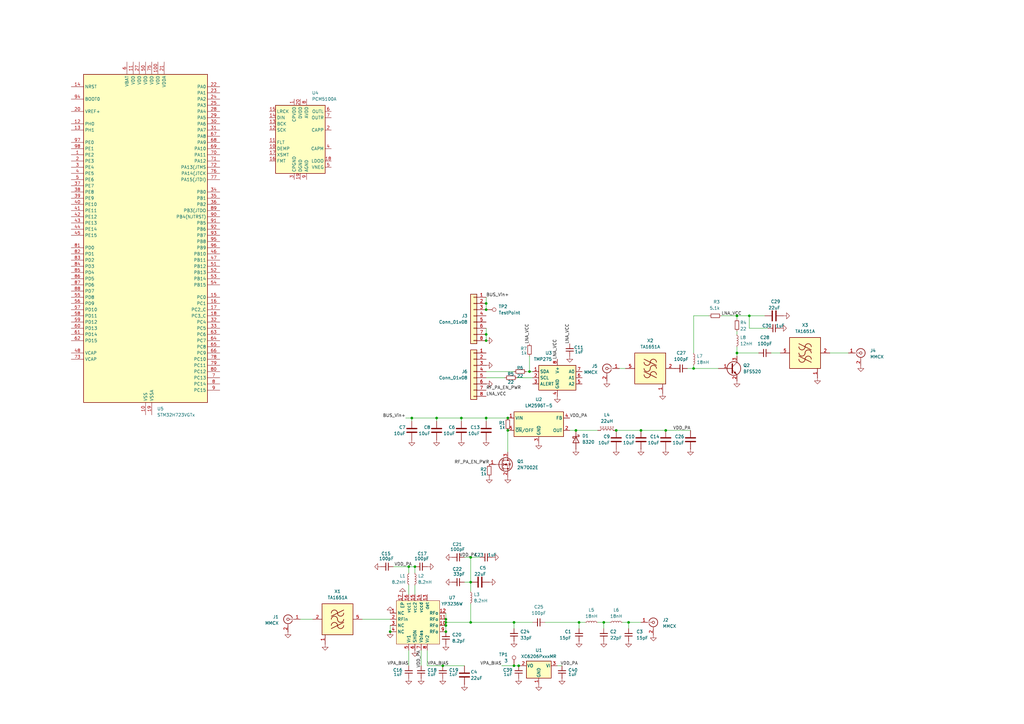
<source format=kicad_sch>
(kicad_sch (version 20250114) (generator "eeschema") (generator_version "9.0")
  (paper "A3")
  (lib_symbols
    (symbol "Audio:PCM5100A"
      (property "Reference" "U" (at -10.16 13.97 0))
      (property "Value" "PCM5100A" (at 3.81 13.97 0))
      (symbol "PCM5100A_1_1"
        (pin input line (at -12.7 10.16 0) (length 2.54) (name "LRCK") (number "15"))
        (pin input line (at -12.7 7.62 0) (length 2.54) (name "DIN") (number "14"))
        (pin input line (at -12.7 5.08 0) (length 2.54) (name "BCK") (number "13"))
        (pin input line (at -12.7 2.54 0) (length 2.54) (name "SCK") (number "12"))
        (pin input line (at -12.7 -2.54 0) (length 2.54) (name "FLT") (number "11"))
        (pin input line (at -12.7 -5.08 0) (length 2.54) (name "DEMP") (number "10"))
        (pin input line (at -12.7 -7.62 0) (length 2.54) (name "XSMT") (number "17"))
        (pin input line (at -12.7 -10.16 0) (length 2.54) (name "FMT") (number "16"))
        (pin passive line (at -2.54 15.24 270) (length 2.54) (name "CPVDD") (number "1"))
        (pin power_in line (at -2.54 -17.78 90) (length 2.54) (name "CPGND") (number "3"))
        (pin power_in line (at 0 15.24 270) (length 2.54) (name "DVDD") (number "20"))
        (pin power_in line (at 0 -17.78 90) (length 2.54) (name "DGND") (number "19"))
        (pin power_in line (at 2.54 15.24 270) (length 2.54) (name "AVDD") (number "8"))
        (pin power_in line (at 2.54 -17.78 90) (length 2.54) (name "AGND") (number "9"))
        (pin output line (at 12.7 10.16 180) (length 2.54) (name "OUTL") (number "6"))
        (pin output line (at 12.7 7.62 180) (length 2.54) (name "OUTR") (number "7"))
        (pin passive line (at 12.7 2.54 180) (length 2.54) (name "CAPP") (number "2"))
        (pin passive line (at 12.7 -5.08 180) (length 2.54) (name "CAPM") (number "4"))
        (pin passive line (at 12.7 -10.16 180) (length 2.54) (name "LDOO") (number "18"))
        (pin passive line (at 12.7 -12.7 180) (length 2.54) (name "VNEG") (number "5"))
      )
    )
    (symbol "Connector:Conn_Coaxial" (pin_names (offset 1.016) (hide yes))
      (property "Reference" "J" (at 0.254 3.048 0))
      (property "Value" "Conn_Coaxial" (at 2.921 0 90))
      (symbol "Conn_Coaxial_1_1"
        (pin passive line (at -5.08 0 0) (length 2.54) (name "In") (number "1"))
        (pin passive line (at 0 -5.08 90) (length 2.54) (name "Ext") (number "2"))
      )
    )
    (symbol "Connector:TestPoint" (pin_numbers (hide yes)) (pin_names (offset 0.762) (hide yes))
      (property "Reference" "TP" (at 0 6.858 0))
      (property "Value" "TestPoint" (at 0 5.08 0))
      (symbol "TestPoint_1_1"
        (pin passive line (at 0 0 90) (length 2.54) (name "1") (number "1"))
      )
    )
    (symbol "Connector_Generic:Conn_01x08" (pin_names (offset 1.016) (hide yes))
      (property "Reference" "J" (at 0 10.16 0))
      (property "Value" "Conn_01x08" (at 0 -12.7 0))
      (symbol "Conn_01x08_1_1"
        (pin passive line (at -5.08 7.62 0) (length 3.81) (name "Pin_1") (number "1"))
        (pin passive line (at -5.08 5.08 0) (length 3.81) (name "Pin_2") (number "2"))
        (pin passive line (at -5.08 2.54 0) (length 3.81) (name "Pin_3") (number "3"))
        (pin passive line (at -5.08 0 0) (length 3.81) (name "Pin_4") (number "4"))
        (pin passive line (at -5.08 -2.54 0) (length 3.81) (name "Pin_5") (number "5"))
        (pin passive line (at -5.08 -5.08 0) (length 3.81) (name "Pin_6") (number "6"))
        (pin passive line (at -5.08 -7.62 0) (length 3.81) (name "Pin_7") (number "7"))
        (pin passive line (at -5.08 -10.16 0) (length 3.81) (name "Pin_8") (number "8"))
      )
    )
    (symbol "Device:C" (pin_numbers (hide yes)) (pin_names (offset 0.254))
      (property "Reference" "C" (at 0.635 2.54 0))
      (property "Value" "C" (at 0.635 -2.54 0))
      (symbol "C_1_1"
        (pin passive line (at 0 3.81 270) (length 2.794) (name "~") (number "1"))
        (pin passive line (at 0 -3.81 90) (length 2.794) (name "~") (number "2"))
      )
    )
    (symbol "Device:C_Small" (pin_numbers (hide yes)) (pin_names (offset 0.254) (hide yes))
      (property "Reference" "C" (at 0.254 1.778 0))
      (property "Value" "C_Small" (at 0.254 -2.032 0))
      (symbol "C_Small_1_1"
        (pin passive line (at 0 2.54 270) (length 2.032) (name "~") (number "1"))
        (pin passive line (at 0 -2.54 90) (length 2.032) (name "~") (number "2"))
      )
    )
    (symbol "Device:L_Ferrite" (pin_numbers (hide yes)) (pin_names (offset 1.016) (hide yes))
      (property "Reference" "L" (at -1.27 0 90))
      (property "Value" "L_Ferrite" (at 2.794 0 90))
      (symbol "L_Ferrite_1_1"
        (pin passive line (at 0 3.81 270) (length 1.27) (name "1") (number "1"))
        (pin passive line (at 0 -3.81 90) (length 1.27) (name "2") (number "2"))
      )
    )
    (symbol "Device:L_Small" (pin_numbers (hide yes)) (pin_names (offset 0.254) (hide yes))
      (property "Reference" "L" (at 0.762 1.016 0))
      (property "Value" "L_Small" (at 0.762 -1.016 0))
      (symbol "L_Small_1_1"
        (pin passive line (at 0 2.54 270) (length 0.508) (name "~") (number "1"))
        (pin passive line (at 0 -2.54 90) (length 0.508) (name "~") (number "2"))
      )
    )
    (symbol "Device:R_Small" (pin_numbers (hide yes)) (pin_names (offset 0.254) (hide yes))
      (property "Reference" "R" (at 0.762 0.508 0))
      (property "Value" "R_Small" (at 0.762 -1.016 0))
      (symbol "R_Small_1_1"
        (pin passive line (at 0 2.54 270) (length 0.762) (name "~") (number "1"))
        (pin passive line (at 0 -2.54 90) (length 0.762) (name "~") (number "2"))
      )
    )
    (symbol "Diode:B320" (pin_numbers (hide yes)) (pin_names (offset 1.016) (hide yes))
      (property "Reference" "D" (at 0 2.54 0))
      (property "Value" "B320" (at 0 -2.54 0))
      (symbol "B320_1_1"
        (pin passive line (at -3.81 0 0) (length 2.54) (name "K") (number "1"))
        (pin passive line (at 3.81 0 180) (length 2.54) (name "A") (number "2"))
      )
    )
    (symbol "MCU_ST_STM32H7:STM32H723VGTx"
      (property "Reference" "U" (at -25.4 69.85 0))
      (property "Value" "STM32H723VGTx" (at 10.16 69.85 0))
      (symbol "STM32H723VGTx_1_1"
        (pin input line (at -30.48 63.5 0) (length 5.08) (name "NRST") (number "14"))
        (pin input line (at -30.48 58.42 0) (length 5.08) (name "BOOT0") (number "94"))
        (pin input line (at -30.48 53.34 0) (length 5.08) (name "VREF+") (number "20"))
        (pin bidirectional line (at -30.48 48.26 0) (length 5.08) (name "PH0") (number "12"))
        (pin bidirectional line (at -30.48 45.72 0) (length 5.08) (name "PH1") (number "13"))
        (pin bidirectional line (at -30.48 40.64 0) (length 5.08) (name "PE0") (number "97"))
        (pin bidirectional line (at -30.48 38.1 0) (length 5.08) (name "PE1") (number "98"))
        (pin bidirectional line (at -30.48 35.56 0) (length 5.08) (name "PE2") (number "1"))
        (pin bidirectional line (at -30.48 33.02 0) (length 5.08) (name "PE3") (number "2"))
        (pin bidirectional line (at -30.48 30.48 0) (length 5.08) (name "PE4") (number "3"))
        (pin bidirectional line (at -30.48 27.94 0) (length 5.08) (name "PE5") (number "4"))
        (pin bidirectional line (at -30.48 25.4 0) (length 5.08) (name "PE6") (number "5"))
        (pin bidirectional line (at -30.48 22.86 0) (length 5.08) (name "PE7") (number "37"))
        (pin bidirectional line (at -30.48 20.32 0) (length 5.08) (name "PE8") (number "38"))
        (pin bidirectional line (at -30.48 17.78 0) (length 5.08) (name "PE9") (number "39"))
        (pin bidirectional line (at -30.48 15.24 0) (length 5.08) (name "PE10") (number "40"))
        (pin bidirectional line (at -30.48 12.7 0) (length 5.08) (name "PE11") (number "41"))
        (pin bidirectional line (at -30.48 10.16 0) (length 5.08) (name "PE12") (number "42"))
        (pin bidirectional line (at -30.48 7.62 0) (length 5.08) (name "PE13") (number "43"))
        (pin bidirectional line (at -30.48 5.08 0) (length 5.08) (name "PE14") (number "44"))
        (pin bidirectional line (at -30.48 2.54 0) (length 5.08) (name "PE15") (number "45"))
        (pin bidirectional line (at -30.48 -2.54 0) (length 5.08) (name "PD0") (number "81"))
        (pin bidirectional line (at -30.48 -5.08 0) (length 5.08) (name "PD1") (number "82"))
        (pin bidirectional line (at -30.48 -7.62 0) (length 5.08) (name "PD2") (number "83"))
        (pin bidirectional line (at -30.48 -10.16 0) (length 5.08) (name "PD3") (number "84"))
        (pin bidirectional line (at -30.48 -12.7 0) (length 5.08) (name "PD4") (number "85"))
        (pin bidirectional line (at -30.48 -15.24 0) (length 5.08) (name "PD5") (number "86"))
        (pin bidirectional line (at -30.48 -17.78 0) (length 5.08) (name "PD6") (number "87"))
        (pin bidirectional line (at -30.48 -20.32 0) (length 5.08) (name "PD7") (number "88"))
        (pin bidirectional line (at -30.48 -22.86 0) (length 5.08) (name "PD8") (number "55"))
        (pin bidirectional line (at -30.48 -25.4 0) (length 5.08) (name "PD9") (number "56"))
        (pin bidirectional line (at -30.48 -27.94 0) (length 5.08) (name "PD10") (number "57"))
        (pin bidirectional line (at -30.48 -30.48 0) (length 5.08) (name "PD11") (number "58"))
        (pin bidirectional line (at -30.48 -33.02 0) (length 5.08) (name "PD12") (number "59"))
        (pin bidirectional line (at -30.48 -35.56 0) (length 5.08) (name "PD13") (number "60"))
        (pin bidirectional line (at -30.48 -38.1 0) (length 5.08) (name "PD14") (number "61"))
        (pin bidirectional line (at -30.48 -40.64 0) (length 5.08) (name "PD15") (number "62"))
        (pin power_out line (at -30.48 -45.72 0) (length 5.08) (name "VCAP") (number "48"))
        (pin power_out line (at -30.48 -48.26 0) (length 5.08) (name "VCAP") (number "73"))
        (pin power_in line (at -7.62 73.66 270) (length 5.08) (name "VBAT") (number "6"))
        (pin power_in line (at -5.08 73.66 270) (length 5.08) (name "VDD") (number "11"))
        (pin power_in line (at -2.54 73.66 270) (length 5.08) (name "VDD") (number "27"))
        (pin power_in line (at 0 73.66 270) (length 5.08) (name "VDD") (number "50"))
        (pin power_in line (at 0 -71.12 90) (length 5.08) (name "VSS") (number "10"))
        (pin passive line (at 0 -71.12 90) (length 5.08) (hide yes) (name "VSS") (number "26"))
        (pin passive line (at 0 -71.12 90) (length 5.08) (hide yes) (name "VSS") (number "49"))
        (pin passive line (at 0 -71.12 90) (length 5.08) (hide yes) (name "VSS") (number "74"))
        (pin passive line (at 0 -71.12 90) (length 5.08) (hide yes) (name "VSS") (number "99"))
        (pin power_in line (at 2.54 73.66 270) (length 5.08) (name "VDD") (number "75"))
        (pin power_in line (at 2.54 -71.12 90) (length 5.08) (name "VSSA") (number "19"))
        (pin power_in line (at 5.08 73.66 270) (length 5.08) (name "VDD") (number "100"))
        (pin power_in line (at 7.62 73.66 270) (length 5.08) (name "VDDA") (number "21"))
        (pin bidirectional line (at 30.48 63.5 180) (length 5.08) (name "PA0") (number "22"))
        (pin bidirectional line (at 30.48 60.96 180) (length 5.08) (name "PA1") (number "23"))
        (pin bidirectional line (at 30.48 58.42 180) (length 5.08) (name "PA2") (number "24"))
        (pin bidirectional line (at 30.48 55.88 180) (length 5.08) (name "PA3") (number "25"))
        (pin bidirectional line (at 30.48 53.34 180) (length 5.08) (name "PA4") (number "28"))
        (pin bidirectional line (at 30.48 50.8 180) (length 5.08) (name "PA5") (number "29"))
        (pin bidirectional line (at 30.48 48.26 180) (length 5.08) (name "PA6") (number "30"))
        (pin bidirectional line (at 30.48 45.72 180) (length 5.08) (name "PA7") (number "31"))
        (pin bidirectional line (at 30.48 43.18 180) (length 5.08) (name "PA8") (number "67"))
        (pin bidirectional line (at 30.48 40.64 180) (length 5.08) (name "PA9") (number "68"))
        (pin bidirectional line (at 30.48 38.1 180) (length 5.08) (name "PA10") (number "69"))
        (pin bidirectional line (at 30.48 35.56 180) (length 5.08) (name "PA11") (number "70"))
        (pin bidirectional line (at 30.48 33.02 180) (length 5.08) (name "PA12") (number "71"))
        (pin bidirectional line (at 30.48 30.48 180) (length 5.08) (name "PA13(JTMS") (number "72"))
        (pin bidirectional line (at 30.48 27.94 180) (length 5.08) (name "PA14(JTCK") (number "76"))
        (pin bidirectional line (at 30.48 25.4 180) (length 5.08) (name "PA15(JTDI)") (number "77"))
        (pin bidirectional line (at 30.48 20.32 180) (length 5.08) (name "PB0") (number "34"))
        (pin bidirectional line (at 30.48 17.78 180) (length 5.08) (name "PB1") (number "35"))
        (pin bidirectional line (at 30.48 15.24 180) (length 5.08) (name "PB2") (number "36"))
        (pin bidirectional line (at 30.48 12.7 180) (length 5.08) (name "PB3(JTDO") (number "89"))
        (pin bidirectional line (at 30.48 10.16 180) (length 5.08) (name "PB4(NJTRST)") (number "90"))
        (pin bidirectional line (at 30.48 7.62 180) (length 5.08) (name "PB5") (number "91"))
        (pin bidirectional line (at 30.48 5.08 180) (length 5.08) (name "PB6") (number "92"))
        (pin bidirectional line (at 30.48 2.54 180) (length 5.08) (name "PB7") (number "93"))
        (pin bidirectional line (at 30.48 0 180) (length 5.08) (name "PB8") (number "95"))
        (pin bidirectional line (at 30.48 -2.54 180) (length 5.08) (name "PB9") (number "96"))
        (pin bidirectional line (at 30.48 -5.08 180) (length 5.08) (name "PB10") (number "46"))
        (pin bidirectional line (at 30.48 -7.62 180) (length 5.08) (name "PB11") (number "47"))
        (pin bidirectional line (at 30.48 -10.16 180) (length 5.08) (name "PB12") (number "51"))
        (pin bidirectional line (at 30.48 -12.7 180) (length 5.08) (name "PB13") (number "52"))
        (pin bidirectional line (at 30.48 -15.24 180) (length 5.08) (name "PB14") (number "53"))
        (pin bidirectional line (at 30.48 -17.78 180) (length 5.08) (name "PB15") (number "54"))
        (pin bidirectional line (at 30.48 -22.86 180) (length 5.08) (name "PC0") (number "15"))
        (pin bidirectional line (at 30.48 -25.4 180) (length 5.08) (name "PC1") (number "16"))
        (pin bidirectional line (at 30.48 -27.94 180) (length 5.08) (name "PC2_C") (number "17"))
        (pin bidirectional line (at 30.48 -30.48 180) (length 5.08) (name "PC3_C") (number "18"))
        (pin bidirectional line (at 30.48 -33.02 180) (length 5.08) (name "PC4") (number "32"))
        (pin bidirectional line (at 30.48 -35.56 180) (length 5.08) (name "PC5") (number "33"))
        (pin bidirectional line (at 30.48 -38.1 180) (length 5.08) (name "PC6") (number "63"))
        (pin bidirectional line (at 30.48 -40.64 180) (length 5.08) (name "PC7") (number "64"))
        (pin bidirectional line (at 30.48 -43.18 180) (length 5.08) (name "PC8") (number "65"))
        (pin bidirectional line (at 30.48 -45.72 180) (length 5.08) (name "PC9") (number "66"))
        (pin bidirectional line (at 30.48 -48.26 180) (length 5.08) (name "PC10") (number "78"))
        (pin bidirectional line (at 30.48 -50.8 180) (length 5.08) (name "PC11") (number "79"))
        (pin bidirectional line (at 30.48 -53.34 180) (length 5.08) (name "PC12") (number "80"))
        (pin bidirectional line (at 30.48 -55.88 180) (length 5.08) (name "PC13") (number "7"))
        (pin bidirectional line (at 30.48 -58.42 180) (length 5.08) (name "PC14") (number "8"))
        (pin bidirectional line (at 30.48 -60.96 180) (length 5.08) (name "PC15") (number "9"))
      )
    )
    (symbol "RF_Filter:B3715" (pin_names (hide yes))
      (property "Reference" "X" (at 5.08 7.62 0))
      (property "Value" "B3715" (at -2.54 7.62 0))
      (symbol "B3715_1_1"
        (pin input line (at -10.16 0 0) (length 3.81) (name "IN") (number "2"))
        (pin power_in line (at -5.08 -10.16 90) (length 3.81) (name "GND") (number "1"))
        (pin passive line (at -5.08 -10.16 90) (length 3.81) (hide yes) (name "GND") (number "3"))
        (pin passive line (at -5.08 -10.16 90) (length 3.81) (hide yes) (name "GND") (number "4"))
        (pin passive line (at -5.08 -10.16 90) (length 3.81) (hide yes) (name "GND") (number "6"))
        (pin output line (at 10.16 0 180) (length 3.81) (name "OUT") (number "5"))
      )
    )
    (symbol "Regulator_Linear:XC6206PxxxMR" (pin_names (offset 0.254))
      (property "Reference" "U" (at -3.81 3.175 0))
      (property "Value" "XC6206PxxxMR" (at 0 3.175 0))
      (symbol "XC6206PxxxMR_1_1"
        (pin power_in line (at -7.62 0 0) (length 2.54) (name "VI") (number "3"))
        (pin power_in line (at 0 -7.62 90) (length 2.54) (name "GND") (number "1"))
        (pin power_out line (at 7.62 0 180) (length 2.54) (name "VO") (number "2"))
      )
    )
    (symbol "Regulator_Switching:LM2596T-5"
      (property "Reference" "U" (at -10.16 6.35 0))
      (property "Value" "LM2596T-5" (at 0 6.35 0))
      (symbol "LM2596T-5_1_1"
        (pin power_in line (at -12.7 2.54 0) (length 2.54) (name "VIN") (number "1"))
        (pin input line (at -12.7 -2.54 0) (length 2.54) (name "~{ON}/OFF") (number "5"))
        (pin power_in line (at 0 -7.62 90) (length 2.54) (name "GND") (number "3"))
        (pin input line (at 12.7 2.54 180) (length 2.54) (name "FB") (number "4"))
        (pin output line (at 12.7 -2.54 180) (length 2.54) (name "OUT") (number "2"))
      )
    )
    (symbol "Sensor_Temperature:TMP1075DGK"
      (property "Reference" "U" (at -6.35 6.35 0))
      (property "Value" "TMP1075DGK" (at 6.35 6.35 0))
      (symbol "TMP1075DGK_1_1"
        (pin input line (at -10.16 2.54 0) (length 2.54) (name "A0") (number "7"))
        (pin input line (at -10.16 0 0) (length 2.54) (name "A1") (number "6"))
        (pin input line (at -10.16 -2.54 0) (length 2.54) (name "A2") (number "5"))
        (pin power_in line (at 0 7.62 270) (length 2.54) (name "V+") (number "8"))
        (pin power_in line (at 0 -7.62 90) (length 2.54) (name "GND") (number "4"))
        (pin bidirectional line (at 10.16 2.54 180) (length 2.54) (name "SDA") (number "1"))
        (pin input line (at 10.16 0 180) (length 2.54) (name "SCL") (number "2"))
        (pin open_collector line (at 10.16 -2.54 180) (length 2.54) (name "ALERT") (number "3"))
      )
    )
    (symbol "Transistor_BJT:MMBT2222A" (pin_names (offset 0) (hide yes))
      (property "Reference" "Q" (at 5.08 1.905 0))
      (property "Value" "MMBT2222A" (at 5.08 0 0))
      (symbol "MMBT2222A_1_1"
        (pin input line (at -5.08 0 0) (length 5.715) (name "B") (number "1"))
        (pin passive line (at 2.54 5.08 270) (length 2.54) (name "C") (number "3"))
        (pin passive line (at 2.54 -5.08 90) (length 2.54) (name "E") (number "2"))
      )
    )
    (symbol "Transistor_FET:2N7002E" (pin_names (hide yes))
      (property "Reference" "Q" (at 5.08 1.905 0))
      (property "Value" "2N7002E" (at 5.08 0 0))
      (symbol "2N7002E_1_1"
        (pin input line (at -5.08 0 0) (length 2.54) (name "G") (number "1"))
        (pin passive line (at 2.54 5.08 270) (length 2.54) (name "D") (number "3"))
        (pin passive line (at 2.54 -5.08 90) (length 2.54) (name "S") (number "2"))
      )
    )
    (symbol "power:GND" (power) (pin_numbers (hide yes)) (pin_names (offset 0) (hide yes))
      (property "Value" "GND" (at 0 -3.81 0))
      (symbol "GND_1_1"
        (pin power_in line (at 0 0 270) (length 0) (name "~") (number "1"))
      )
    )
    (symbol "rprp_neo:YP3236W"
      (property "Reference" "U" (at 0 0 0))
      (property "Value" "YP3236W" (at 0 0 0))
      (symbol "YP3236W_1_1"
        (pin input line (at -11.43 3.81 0) (length 2.54) (name "NC") (number "1"))
        (pin input line (at -11.43 1.27 0) (length 2.54) (name "RFin") (number "2"))
        (pin input line (at -11.43 -1.27 0) (length 2.54) (name "NC") (number "3"))
        (pin input line (at -11.43 -3.81 0) (length 2.54) (name "NC") (number "4"))
        (pin input line (at -6.35 11.43 270) (length 2.54) (name "EP") (number "17"))
        (pin input line (at -3.81 11.43 270) (length 2.54) (name "vcc1") (number "16"))
        (pin input line (at -3.81 -11.43 90) (length 2.54) (name "Vr1") (number "5"))
        (pin input line (at -1.27 11.43 270) (length 2.54) (name "vcc2") (number "15"))
        (pin input line (at -1.27 -11.43 90) (length 2.54) (name "SHDN") (number "6"))
        (pin input line (at 1.27 11.43 270) (length 2.54) (name "vccd") (number "14"))
        (pin input line (at 1.27 -11.43 90) (length 2.54) (name "Vbias") (number "7"))
        (pin input line (at 3.81 11.43 270) (length 2.54) (name "det") (number "13"))
        (pin input line (at 3.81 -11.43 90) (length 2.54) (name "Vr2") (number "8"))
        (pin input line (at 11.43 3.81 180) (length 2.54) (name "RFo") (number "12"))
        (pin input line (at 11.43 1.27 180) (length 2.54) (name "RFo") (number "11"))
        (pin input line (at 11.43 -1.27 180) (length 2.54) (name "RFo") (number "10"))
        (pin input line (at 11.43 -3.81 180) (length 2.54) (name "RFo") (number "9"))
      )
    )
  )
  (junction (at 247.65 255.27))
  (junction (at 170.18 232.41))
  (junction (at 167.64 232.41))
  (junction (at 199.39 127))
  (junction (at 189.23 171.45))
  (junction (at 199.39 137.16))
  (junction (at 257.81 255.27))
  (junction (at 302.26 129.54))
  (junction (at 182.88 256.54))
  (junction (at 284.48 151.13))
  (junction (at 193.04 238.76))
  (junction (at 199.39 171.45))
  (junction (at 212.725 273.05))
  (junction (at 179.07 171.45))
  (junction (at 262.89 176.53))
  (junction (at 193.04 228.6))
  (junction (at 210.82 255.27))
  (junction (at 181.61 273.05))
  (junction (at 252.73 176.53))
  (junction (at 237.49 255.27))
  (junction (at 302.26 144.78))
  (junction (at 182.88 255.27))
  (junction (at 208.28 176.53))
  (junction (at 273.05 176.53))
  (junction (at 199.39 139.7))
  (junction (at 160.02 259.08))
  (junction (at 182.88 259.08))
  (junction (at 182.88 254))
  (junction (at 168.91 171.45))
  (junction (at 210.82 273.05))
  (junction (at 199.39 124.46))
  (junction (at 307.34 129.54))
  (junction (at 208.28 171.45))
  (junction (at 217.17 152.4))
  (junction (at 236.22 176.53))
  (junction (at 193.04 255.27))
  (wire (pts (xy 257.81 255.27) (xy 262.89 255.27)))
  (wire (pts (xy 247.65 257.81) (xy 247.65 255.27)))
  (wire (pts (xy 199.39 137.16) (xy 199.39 139.7)))
  (wire (pts (xy 212.09 154.94) (xy 218.44 154.94)))
  (wire (pts (xy 262.89 176.53) (xy 273.05 176.53)))
  (wire (pts (xy 167.64 266.7) (xy 167.64 273.05)))
  (wire (pts (xy 205.74 273.05) (xy 210.82 273.05)))
  (wire (pts (xy 148.59 254) (xy 160.02 254)))
  (wire (pts (xy 284.48 149.86) (xy 284.48 151.13)))
  (wire (pts (xy 199.39 121.92) (xy 199.39 124.46)))
  (wire (pts (xy 190.5 238.76) (xy 193.04 238.76)))
  (wire (pts (xy 199.39 171.45) (xy 199.39 172.72)))
  (wire (pts (xy 217.17 152.4) (xy 218.44 152.4)))
  (wire (pts (xy 175.26 273.05) (xy 175.26 266.7)))
  (wire (pts (xy 179.07 171.45) (xy 179.07 172.72)))
  (wire (pts (xy 218.44 255.27) (xy 210.82 255.27)))
  (wire (pts (xy 199.39 152.4) (xy 210.82 152.4)))
  (wire (pts (xy 210.82 255.27) (xy 210.82 257.81)))
  (wire (pts (xy 316.23 144.78) (xy 320.04 144.78)))
  (wire (pts (xy 215.9 152.4) (xy 217.17 152.4)))
  (wire (pts (xy 167.64 232.41) (xy 170.18 232.41)))
  (wire (pts (xy 273.05 176.53) (xy 283.21 176.53)))
  (wire (pts (xy 255.27 255.27) (xy 257.81 255.27)))
  (wire (pts (xy 233.68 176.53) (xy 236.22 176.53)))
  (wire (pts (xy 236.22 176.53) (xy 245.11 176.53)))
  (wire (pts (xy 302.26 129.54) (xy 307.34 129.54)))
  (wire (pts (xy 199.39 124.46) (xy 199.39 127)))
  (wire (pts (xy 179.07 171.45) (xy 189.23 171.45)))
  (wire (pts (xy 284.48 129.54) (xy 284.48 144.78)))
  (wire (pts (xy 228.6 273.05) (xy 230.505 273.05)))
  (wire (pts (xy 193.04 255.27) (xy 210.82 255.27)))
  (wire (pts (xy 208.28 176.53) (xy 208.28 185.42)))
  (wire (pts (xy 212.725 273.05) (xy 213.36 273.05)))
  (wire (pts (xy 193.04 247.65) (xy 193.04 255.27)))
  (wire (pts (xy 170.18 232.41) (xy 170.18 234.95)))
  (wire (pts (xy 284.48 151.13) (xy 294.64 151.13)))
  (wire (pts (xy 295.91 129.54) (xy 302.26 129.54)))
  (wire (pts (xy 182.88 256.54) (xy 182.88 259.08)))
  (wire (pts (xy 257.81 255.27) (xy 257.81 257.81)))
  (wire (pts (xy 199.39 171.45) (xy 208.28 171.45)))
  (wire (pts (xy 181.61 273.05) (xy 175.26 273.05)))
  (wire (pts (xy 302.26 135.89) (xy 302.26 137.16)))
  (wire (pts (xy 166.37 171.45) (xy 168.91 171.45)))
  (wire (pts (xy 123.19 254) (xy 128.27 254)))
  (wire (pts (xy 252.73 176.53) (xy 262.89 176.53)))
  (wire (pts (xy 168.91 171.45) (xy 179.07 171.45)))
  (wire (pts (xy 182.88 255.27) (xy 193.04 255.27)))
  (wire (pts (xy 199.39 134.62) (xy 199.39 137.16)))
  (wire (pts (xy 170.18 240.03) (xy 170.18 243.84)))
  (wire (pts (xy 281.94 151.13) (xy 284.48 151.13)))
  (wire (pts (xy 189.23 171.45) (xy 189.23 172.72)))
  (wire (pts (xy 245.11 255.27) (xy 247.65 255.27)))
  (wire (pts (xy 223.52 255.27) (xy 237.49 255.27)))
  (wire (pts (xy 182.88 255.27) (xy 182.88 256.54)))
  (wire (pts (xy 290.83 129.54) (xy 284.48 129.54)))
  (wire (pts (xy 217.17 146.05) (xy 217.17 152.4)))
  (wire (pts (xy 182.88 251.46) (xy 182.88 254)))
  (wire (pts (xy 189.23 171.45) (xy 199.39 171.45)))
  (wire (pts (xy 247.65 255.27) (xy 250.19 255.27)))
  (wire (pts (xy 237.49 255.27) (xy 240.03 255.27)))
  (wire (pts (xy 190.5 228.6) (xy 193.04 228.6)))
  (wire (pts (xy 307.34 134.62) (xy 307.34 129.54)))
  (wire (pts (xy 302.26 144.78) (xy 311.15 144.78)))
  (wire (pts (xy 193.04 228.6) (xy 193.04 238.76)))
  (wire (pts (xy 181.61 273.05) (xy 190.5 273.05)))
  (wire (pts (xy 302.26 142.24) (xy 302.26 144.78)))
  (wire (pts (xy 160.02 256.54) (xy 160.02 259.08)))
  (wire (pts (xy 167.64 240.03) (xy 167.64 243.84)))
  (wire (pts (xy 307.34 129.54) (xy 313.69 129.54)))
  (wire (pts (xy 302.26 129.54) (xy 302.26 130.81)))
  (wire (pts (xy 182.88 254) (xy 182.88 255.27)))
  (wire (pts (xy 340.36 144.78) (xy 347.98 144.78)))
  (wire (pts (xy 314.96 134.62) (xy 307.34 134.62)))
  (wire (pts (xy 237.49 255.27) (xy 237.49 257.81)))
  (wire (pts (xy 161.29 232.41) (xy 167.64 232.41)))
  (wire (pts (xy 302.26 144.78) (xy 302.26 146.05)))
  (wire (pts (xy 256.54 151.13) (xy 254 151.13)))
  (wire (pts (xy 193.04 242.57) (xy 193.04 238.76)))
  (wire (pts (xy 172.72 266.7) (xy 172.72 273.05)))
  (wire (pts (xy 210.82 273.05) (xy 212.725 273.05)))
  (wire (pts (xy 167.64 234.95) (xy 167.64 232.41)))
  (wire (pts (xy 207.01 154.94) (xy 199.39 154.94)))
  (wire (pts (xy 193.04 228.6) (xy 196.85 228.6)))
  (wire (pts (xy 168.91 171.45) (xy 168.91 172.72)))
  (label "LNA_VCC" (at 295.91 129.54 0))
  (label "VDD_PA" (at 283.21 176.53 180))
  (label "LNA_VCC" (at 199.39 162.56 0))
  (label "VDD_PA" (at 168.91 232.41 180))
  (label "VDD_PA" (at 172.72 266.7 270))
  (label "LNA_VCC" (at 228.6 147.32 90))
  (label "LNA_VCC" (at 217.17 140.97 90))
  (label "BUS_Vin+" (at 166.37 171.45 180))
  (label "BUS_Vin+" (at 199.39 121.92 0))
  (label "LNA_VCC" (at 233.68 140.97 90))
  (label "VPA_BIAS" (at 175.26 273.05 0))
  (label "RF_PA_EN_PWR" (at 199.39 160.02 0))
  (label "VDD_PA" (at 229.87 273.05 0))
  (label "VDD_PA" (at 233.68 171.45 0))
  (label "VPA_BIAS" (at 205.74 273.05 180))
  (label "VDD_PA" (at 195.58 228.6 180))
  (label "RF_PA_EN_PWR" (at 200.66 190.5 180))
  (label "VPA_BIAS" (at 167.64 273.05 180))
  (symbol (lib_id "power:GND") (at 167.64 278.13 0) (mirror y) (unit 1)
    (property "Reference" "#PWR052" (effects (hide yes)))
    (property "Value" "GND" (effects (hide yes)))
    (property "Description" "Power symbol creates a global label with name \"GND\" , ground" (effects (hide yes)))
  )
  (symbol (lib_id "Device:C_Small") (at 187.96 238.76 270) (unit 1)
    (property "Reference" "C22" (at 189.484 233.426 90) (effects (justify right)))
    (property "Value" "33pF" (at 190.754 235.458 90) (effects (justify right)))
    (property "Footprint" "Capacitor_SMD:C_0603_1608Metric" (effects (hide yes)))
    (property "Description" "Unpolarized capacitor, small symbol" (effects (hide yes)))
  )
  (symbol (lib_id "power:GND") (at 156.21 232.41 270) (unit 1)
    (property "Reference" "#PWR048" (effects (hide yes)))
    (property "Value" "GND" (effects (hide yes)))
    (property "Description" "Power symbol creates a global label with name \"GND\" , ground" (effects (hide yes)))
  )
  (symbol (lib_id "Device:R_Small") (at 208.28 173.99 0) (unit 1)
    (property "Reference" "R1" (at 207.264 173.482 0) (effects (justify right)))
    (property "Value" "1k" (at 207.264 175.26 0) (effects (justify right)))
    (property "Footprint" "Resistor_SMD:R_0603_1608Metric" (effects (hide yes)))
    (property "Description" "Resistor, small symbol" (effects (hide yes)))
  )
  (symbol (lib_id "Device:C_Small") (at 158.75 232.41 270) (unit 1)
    (property "Reference" "C15" (at 160.274 227.076 90) (effects (justify right)))
    (property "Value" "100pF" (at 161.544 229.108 90) (effects (justify right)))
    (property "Footprint" "Capacitor_SMD:C_0603_1608Metric" (effects (hide yes)))
    (property "Description" "Unpolarized capacitor, small symbol" (effects (hide yes)))
  )
  (symbol (lib_id "Device:L_Small") (at 170.18 237.49 0) (unit 1)
    (property "Reference" "L2" (at 171.45 236.2199 0) (effects (justify left)))
    (property "Value" "8.2nH" (at 171.45 238.7599 0) (effects (justify left)))
    (property "Footprint" "Inductor_SMD:L_0603_1608Metric" (effects (hide yes)))
    (property "Description" "Inductor, small symbol" (effects (hide yes)))
  )
  (symbol (lib_id "power:GND") (at 230.505 278.13 0) (unit 1)
    (property "Reference" "#PWR084" (effects (hide yes)))
    (property "Value" "GND" (effects (hide yes)))
    (property "Description" "Power symbol creates a global label with name \"GND\" , ground" (effects (hide yes)))
  )
  (symbol (lib_id "Device:C_Small") (at 230.505 275.59 180) (unit 1)
    (property "Reference" "C40" (at 233.045 274.828 0) (effects (justify right)))
    (property "Value" "1uF" (at 233.045 276.606 0) (effects (justify right)))
    (property "Footprint" "Capacitor_SMD:C_0603_1608Metric" (effects (hide yes)))
    (property "Description" "Unpolarized capacitor, small symbol" (effects (hide yes)))
  )
  (symbol (lib_id "power:GND") (at 252.73 184.15 0) (unit 1)
    (property "Reference" "#PWR016" (effects (hide yes)))
    (property "Value" "GND" (effects (hide yes)))
    (property "Description" "Power symbol creates a global label with name \"GND\" , ground" (effects (hide yes)))
  )
  (symbol (lib_id "power:GND") (at 262.89 184.15 0) (unit 1)
    (property "Reference" "#PWR017" (effects (hide yes)))
    (property "Value" "GND" (effects (hide yes)))
    (property "Description" "Power symbol creates a global label with name \"GND\" , ground" (effects (hide yes)))
  )
  (symbol (lib_id "power:GND") (at 302.26 156.21 0) (mirror y) (unit 1)
    (property "Reference" "#PWR026" (effects (hide yes)))
    (property "Value" "GND" (effects (hide yes)))
    (property "Description" "Power symbol creates a global label with name \"GND\" , ground" (effects (hide yes)))
  )
  (symbol (lib_id "Device:C") (at 317.5 129.54 90) (unit 1)
    (property "Reference" "C29" (at 320.04 123.698 90) (effects (justify left)))
    (property "Value" "22uF" (at 320.04 126.238 90) (effects (justify left)))
    (property "Footprint" "Capacitor_SMD:C_0805_2012Metric" (effects (hide yes)))
    (property "Description" "Unpolarized capacitor" (effects (hide yes)))
  )
  (symbol (lib_id "power:GND") (at 199.39 139.7 90) (unit 1)
    (property "Reference" "#PWR022" (effects (hide yes)))
    (property "Value" "GND" (effects (hide yes)))
    (property "Description" "Power symbol creates a global label with name \"GND\" , ground" (effects (hide yes)))
  )
  (symbol (lib_id "power:GND") (at 228.6 162.56 0) (unit 1)
    (property "Reference" "#PWR04" (effects (hide yes)))
    (property "Value" "GND" (effects (hide yes)))
    (property "Description" "Power symbol creates a global label with name \"GND\" , ground" (effects (hide yes)))
  )
  (symbol (lib_id "power:GND") (at 199.39 180.34 0) (unit 1)
    (property "Reference" "#PWR011" (effects (hide yes)))
    (property "Value" "GND" (effects (hide yes)))
    (property "Description" "Power symbol creates a global label with name \"GND\" , ground" (effects (hide yes)))
  )
  (symbol (lib_id "power:GND") (at 353.06 149.86 0) (unit 1)
    (property "Reference" "#PWR020" (effects (hide yes)))
    (property "Value" "GND" (effects (hide yes)))
    (property "Description" "Power symbol creates a global label with name \"GND\" , ground" (effects (hide yes)))
  )
  (symbol (lib_id "power:GND") (at 175.26 232.41 90) (mirror x) (unit 1)
    (property "Reference" "#PWR055" (effects (hide yes)))
    (property "Value" "GND" (effects (hide yes)))
    (property "Description" "Power symbol creates a global label with name \"GND\" , ground" (effects (hide yes)))
  )
  (symbol (lib_id "Device:R_Small") (at 209.55 154.94 270) (unit 1)
    (property "Reference" "R5" (at 210.82 153.416 90) (effects (justify right)))
    (property "Value" "22" (at 210.82 156.718 90) (effects (justify right)))
    (property "Footprint" "Resistor_SMD:R_0603_1608Metric" (effects (hide yes)))
    (property "Description" "Resistor, small symbol" (effects (hide yes)))
  )
  (symbol (lib_id "power:GND") (at 212.725 278.13 0) (mirror y) (unit 1)
    (property "Reference" "#PWR083" (effects (hide yes)))
    (property "Value" "GND" (effects (hide yes)))
    (property "Description" "Power symbol creates a global label with name \"GND\" , ground" (effects (hide yes)))
  )
  (symbol (lib_id "Connector:TestPoint") (at 199.39 127 270) (unit 1)
    (property "Reference" "TP2" (at 204.47 125.7299 90) (effects (justify left)))
    (property "Value" "TestPoint" (at 204.47 128.2699 90) (effects (justify left)))
    (property "Footprint" "TestPoint:TestPoint_Pad_4.0x4.0mm" (effects (hide yes)))
    (property "Description" "test point" (effects (hide yes)))
  )
  (symbol (lib_id "power:GND") (at 233.68 146.05 0) (unit 1)
    (property "Reference" "#PWR023" (effects (hide yes)))
    (property "Value" "GND" (effects (hide yes)))
    (property "Description" "Power symbol creates a global label with name \"GND\" , ground" (effects (hide yes)))
  )
  (symbol (lib_id "power:GND") (at 199.39 149.86 90) (unit 1)
    (property "Reference" "#PWR030" (effects (hide yes)))
    (property "Value" "GND" (effects (hide yes)))
    (property "Description" "Power symbol creates a global label with name \"GND\" , ground" (effects (hide yes)))
  )
  (symbol (lib_id "power:GND") (at 210.82 262.89 0) (unit 1)
    (property "Reference" "#PWR060" (effects (hide yes)))
    (property "Value" "GND" (effects (hide yes)))
    (property "Description" "Power symbol creates a global label with name \"GND\" , ground" (effects (hide yes)))
  )
  (symbol (lib_id "RF_Filter:B3715") (at 266.7 151.13 0) (mirror y) (unit 1)
    (property "Reference" "X2" (at 266.7 139.7 0))
    (property "Value" "TA1651A" (at 266.7 142.24 0))
    (property "Footprint" "Filter:Filter_SAW_Epcos_DCC6C_3x3mm" (effects (hide yes)))
    (property "Datasheet" "https://www.mouser.de/datasheet/2/842/epcos16633_1-2300371.pdf" (effects (hide yes)))
    (property "Description" "Bandpass Filter, 869MHz, SAW filter 6-pin" (effects (hide yes)))
  )
  (symbol (lib_id "Device:L_Ferrite") (at 248.92 176.53 90) (unit 1)
    (property "Reference" "L4" (at 248.92 170.18 90))
    (property "Value" "22uH" (at 248.92 172.72 90))
    (property "Footprint" "Inductor_SMD:L_Changjiang_FXL1040" (effects (hide yes)))
    (property "Description" "Inductor with ferrite core" (effects (hide yes)))
  )
  (symbol (lib_id "rprp_neo:YP3236W") (at 171.45 255.27 0) (unit 1)
    (property "Reference" "U7" (at 185.42 245.1414 0))
    (property "Value" "YP3236W" (at 185.42 247.6814 0))
    (property "Footprint" "RPRP_neo:QFN-16_4x4_P0.65mm_RF" (effects (hide yes)))
  )
  (symbol (lib_id "power:GND") (at 190.5 280.67 0) (unit 1)
    (property "Reference" "#PWR08" (effects (hide yes)))
    (property "Value" "GND" (effects (hide yes)))
    (property "Description" "Power symbol creates a global label with name \"GND\" , ground" (effects (hide yes)))
  )
  (symbol (lib_id "Sensor_Temperature:TMP1075DGK") (at 228.6 154.94 0) (mirror y) (unit 1)
    (property "Reference" "U3" (at 226.4059 144.78 0) (effects (justify left)))
    (property "Value" "TMP275" (at 226.4059 147.32 0) (effects (justify left)))
    (property "Footprint" "Package_SO:VSSOP-8_3x3mm_P0.65mm" (effects (hide yes)))
    (property "Datasheet" "https://www.ti.com/lit/gpn/tmp1075" (effects (hide yes)))
    (property "Description" "I2C-bus digital temperature sensor and thermal watchdog, VSSOP-8" (effects (hide yes)))
  )
  (symbol (lib_id "power:GND") (at 271.78 161.29 0) (mirror y) (unit 1)
    (property "Reference" "#PWR025" (effects (hide yes)))
    (property "Value" "GND" (effects (hide yes)))
    (property "Description" "Power symbol creates a global label with name \"GND\" , ground" (effects (hide yes)))
  )
  (symbol (lib_id "power:GND") (at 179.07 180.34 0) (unit 1)
    (property "Reference" "#PWR014" (effects (hide yes)))
    (property "Value" "GND" (effects (hide yes)))
    (property "Description" "Power symbol creates a global label with name \"GND\" , ground" (effects (hide yes)))
  )
  (symbol (lib_id "power:GND") (at 236.22 184.15 0) (unit 1)
    (property "Reference" "#PWR015" (effects (hide yes)))
    (property "Value" "GND" (effects (hide yes)))
    (property "Description" "Power symbol creates a global label with name \"GND\" , ground" (effects (hide yes)))
  )
  (symbol (lib_id "MCU_ST_STM32H7:STM32H723VGTx") (at 59.69 99.06 0) (unit 1)
    (property "Reference" "U5" (at 64.4241 167.64 0) (effects (justify left)))
    (property "Value" "STM32H723VGTx" (at 64.4241 170.18 0) (effects (justify left)))
    (property "Footprint" "Package_QFP:LQFP-100_14x14mm_P0.5mm" (effects (hide yes)))
    (property "Datasheet" "https://www.st.com/resource/en/datasheet/stm32h723vg.pdf" (effects (hide yes)))
    (property "Description" "STMicroelectronics Arm Cortex-M7 MCU, 1024KB flash, 564KB RAM, 550 MHz, 1.71-3.6V, 82 GPIO, LQFP100" (effects (hide yes)))
  )
  (symbol (lib_id "Device:C_Small") (at 247.65 260.35 180) (unit 1)
    (property "Reference" "C2" (at 250.19 259.0735 0) (effects (justify right)))
    (property "Value" "22pF" (at 250.19 261.6135 0) (effects (justify right)))
    (property "Footprint" "Capacitor_SMD:C_0402_1005Metric" (effects (hide yes)))
    (property "Description" "Unpolarized capacitor, small symbol" (effects (hide yes)))
  )
  (symbol (lib_id "Connector_Generic:Conn_01x08") (at 194.31 129.54 0) (mirror y) (unit 1)
    (property "Reference" "J3" (at 191.77 129.5399 0) (effects (justify left)))
    (property "Value" "Conn_01x08" (at 191.77 132.0799 0) (effects (justify left)))
    (property "Footprint" "Connector_Molex:Molex_PicoBlade_53047-0810_1x08_P1.25mm_Vertical" (effects (hide yes)))
    (property "Description" "Generic connector, single row, 01x08, script generated (kicad-library-utils/schlib/autogen/connector/)" (effects (hide yes)))
  )
  (symbol (lib_id "power:GND") (at 273.05 184.15 0) (unit 1)
    (property "Reference" "#PWR018" (effects (hide yes)))
    (property "Value" "GND" (effects (hide yes)))
    (property "Description" "Power symbol creates a global label with name \"GND\" , ground" (effects (hide yes)))
  )
  (symbol (lib_id "Device:R_Small") (at 200.66 193.04 0) (unit 1)
    (property "Reference" "R2" (at 199.644 192.532 0) (effects (justify right)))
    (property "Value" "1k" (at 199.644 194.31 0) (effects (justify right)))
    (property "Footprint" "Resistor_SMD:R_0603_1608Metric" (effects (hide yes)))
    (property "Description" "Resistor, small symbol" (effects (hide yes)))
  )
  (symbol (lib_id "Regulator_Linear:XC6206PxxxMR") (at 220.98 273.05 0) (mirror y) (unit 1)
    (property "Reference" "U1" (at 220.98 266.7 0))
    (property "Value" "XC6206PxxxMR" (at 220.98 269.24 0))
    (property "Footprint" "Package_TO_SOT_SMD:SOT-23-3" (effects (hide yes)))
    (property "Datasheet" "https://www.torexsemi.com/file/xc6206/XC6206.pdf" (effects (hide yes)))
    (property "Description" "Positive 60-250mA Low Dropout Regulator, Fixed Output, SOT-23" (effects (hide yes)))
  )
  (symbol (lib_id "Device:C_Small") (at 317.5 134.62 270) (unit 1)
    (property "Reference" "C30" (at 316.484 133.604 90) (effects (justify right)))
    (property "Value" "1uF" (at 321.818 133.604 90) (effects (justify right)))
    (property "Footprint" "Capacitor_SMD:C_0603_1608Metric" (effects (hide yes)))
    (property "Description" "Unpolarized capacitor, small symbol" (effects (hide yes)))
  )
  (symbol (lib_id "power:GND") (at 237.49 262.89 0) (mirror y) (unit 1)
    (property "Reference" "#PWR02" (effects (hide yes)))
    (property "Value" "GND" (effects (hide yes)))
    (property "Description" "Power symbol creates a global label with name \"GND\" , ground" (effects (hide yes)))
  )
  (symbol (lib_id "Device:C_Small") (at 257.81 260.35 180) (unit 1)
    (property "Reference" "C3" (at 260.985 259.0735 0) (effects (justify right)))
    (property "Value" "15pF" (at 260.985 261.6135 0) (effects (justify right)))
    (property "Footprint" "Capacitor_SMD:C_0402_1005Metric" (effects (hide yes)))
    (property "Description" "Unpolarized capacitor, small symbol" (effects (hide yes)))
  )
  (symbol (lib_id "Device:L_Small") (at 193.04 245.11 0) (unit 1)
    (property "Reference" "L3" (at 194.31 243.8399 0) (effects (justify left)))
    (property "Value" "8.2nH" (at 194.31 246.3799 0) (effects (justify left)))
    (property "Footprint" "Inductor_SMD:L_1008_2520Metric" (effects (hide yes)))
    (property "Description" "Inductor, small symbol" (effects (hide yes)))
  )
  (symbol (lib_id "Device:L_Small") (at 167.64 237.49 0) (mirror y) (unit 1)
    (property "Reference" "L1" (at 166.37 236.2199 0) (effects (justify left)))
    (property "Value" "8.2nH" (at 166.37 238.7599 0) (effects (justify left)))
    (property "Footprint" "Inductor_SMD:L_0603_1608Metric" (effects (hide yes)))
    (property "Description" "Inductor, small symbol" (effects (hide yes)))
  )
  (symbol (lib_id "RF_Filter:B3715") (at 330.2 144.78 0) (mirror y) (unit 1)
    (property "Reference" "X3" (at 330.2 133.35 0))
    (property "Value" "TA1651A" (at 330.2 135.89 0))
    (property "Footprint" "Filter:Filter_SAW_Epcos_DCC6C_3x3mm" (effects (hide yes)))
    (property "Datasheet" "https://www.mouser.de/datasheet/2/842/epcos16633_1-2300371.pdf" (effects (hide yes)))
    (property "Description" "Bandpass Filter, 869MHz, SAW filter 6-pin" (effects (hide yes)))
  )
  (symbol (lib_id "Device:C") (at 252.73 180.34 0) (mirror y) (unit 1)
    (property "Reference" "C9" (at 250.19 179.07 0) (effects (justify left)))
    (property "Value" "10uF" (at 250.19 181.61 0) (effects (justify left)))
    (property "Footprint" "Capacitor_SMD:C_1210_3225Metric" (effects (hide yes)))
    (property "Description" "Unpolarized capacitor" (effects (hide yes)))
  )
  (symbol (lib_id "power:GND") (at 283.21 184.15 0) (unit 1)
    (property "Reference" "#PWR019" (effects (hide yes)))
    (property "Value" "GND" (effects (hide yes)))
    (property "Description" "Power symbol creates a global label with name \"GND\" , ground" (effects (hide yes)))
  )
  (symbol (lib_id "power:GND") (at 165.1 243.84 180) (unit 1)
    (property "Reference" "#PWR051" (effects (hide yes)))
    (property "Value" "GND" (effects (hide yes)))
    (property "Description" "Power symbol creates a global label with name \"GND\" , ground" (effects (hide yes)))
  )
  (symbol (lib_id "Device:R_Small") (at 217.17 143.51 0) (unit 1)
    (property "Reference" "R7" (at 216.154 143.002 0) (effects (justify right)))
    (property "Value" "1k" (at 216.154 144.78 0) (effects (justify right)))
    (property "Footprint" "Resistor_SMD:R_0603_1608Metric" (effects (hide yes)))
    (property "Description" "Resistor, small symbol" (effects (hide yes)))
  )
  (symbol (lib_id "Device:R_Small") (at 293.37 129.54 270) (unit 1)
    (property "Reference" "R3" (at 295.275 123.8249 90) (effects (justify right)))
    (property "Value" "5.1k" (at 295.275 126.3649 90) (effects (justify right)))
    (property "Footprint" "Resistor_SMD:R_0603_1608Metric" (effects (hide yes)))
    (property "Description" "Resistor, small symbol" (effects (hide yes)))
  )
  (symbol (lib_id "Device:C") (at 179.07 176.53 0) (mirror y) (unit 1)
    (property "Reference" "C8" (at 176.53 175.26 0) (effects (justify left)))
    (property "Value" "10uF" (at 176.53 177.8 0) (effects (justify left)))
    (property "Footprint" "Capacitor_SMD:C_1210_3225Metric" (effects (hide yes)))
    (property "Description" "Unpolarized capacitor" (effects (hide yes)))
  )
  (symbol (lib_id "power:GND") (at 182.88 264.16 0) (unit 1)
    (property "Reference" "#PWR057" (effects (hide yes)))
    (property "Value" "GND" (effects (hide yes)))
    (property "Description" "Power symbol creates a global label with name \"GND\" , ground" (effects (hide yes)))
  )
  (symbol (lib_id "Connector:Conn_Coaxial") (at 248.92 151.13 0) (mirror y) (unit 1)
    (property "Reference" "J5" (at 245.11 150.1531 0) (effects (justify left)))
    (property "Value" "MMCX" (at 245.11 152.6931 0) (effects (justify left)))
    (property "Footprint" "RPRP_neo:rpMMCX_edge_1.6mmPCB" (effects (hide yes)))
    (property "Description" "coaxial connector (BNC, SMA, SMB, SMC, Cinch/RCA, LEMO, ...)" (effects (hide yes)))
  )
  (symbol (lib_id "power:GND") (at 181.61 278.13 0) (unit 1)
    (property "Reference" "#PWR056" (effects (hide yes)))
    (property "Value" "GND" (effects (hide yes)))
    (property "Description" "Power symbol creates a global label with name \"GND\" , ground" (effects (hide yes)))
  )
  (symbol (lib_id "Device:C_Small") (at 279.4 151.13 270) (unit 1)
    (property "Reference" "C27" (at 279.3936 144.78 90))
    (property "Value" "100pF" (at 279.3936 147.32 90))
    (property "Footprint" "Capacitor_SMD:C_0402_1005Metric" (effects (hide yes)))
    (property "Description" "Unpolarized capacitor, small symbol" (effects (hide yes)))
  )
  (symbol (lib_id "power:GND") (at 321.31 129.54 90) (unit 1)
    (property "Reference" "#PWR031" (effects (hide yes)))
    (property "Value" "GND" (effects (hide yes)))
    (property "Description" "Power symbol creates a global label with name \"GND\" , ground" (effects (hide yes)))
  )
  (symbol (lib_id "Device:C_Small") (at 233.68 143.51 180) (unit 1)
    (property "Reference" "C11" (at 235.458 142.494 0) (effects (justify right)))
    (property "Value" "1uF" (at 235.712 144.272 0) (effects (justify right)))
    (property "Footprint" "Capacitor_SMD:C_0603_1608Metric" (effects (hide yes)))
    (property "Description" "Unpolarized capacitor, small symbol" (effects (hide yes)))
  )
  (symbol (lib_id "Connector_Generic:Conn_01x08") (at 194.31 152.4 0) (mirror y) (unit 1)
    (property "Reference" "J6" (at 191.77 152.3999 0) (effects (justify left)))
    (property "Value" "Conn_01x08" (at 191.77 154.9399 0) (effects (justify left)))
    (property "Footprint" "Connector_Molex:Molex_PicoBlade_53047-0810_1x08_P1.25mm_Vertical" (effects (hide yes)))
    (property "Description" "Generic connector, single row, 01x08, script generated (kicad-library-utils/schlib/autogen/connector/)" (effects (hide yes)))
  )
  (symbol (lib_id "Device:R_Small") (at 213.36 152.4 270) (unit 1)
    (property "Reference" "R6" (at 214.63 150.876 90) (effects (justify right)))
    (property "Value" "22" (at 214.63 154.178 90) (effects (justify right)))
    (property "Footprint" "Resistor_SMD:R_0603_1608Metric" (effects (hide yes)))
    (property "Description" "Resistor, small symbol" (effects (hide yes)))
  )
  (symbol (lib_id "Device:C") (at 190.5 276.86 0) (unit 1)
    (property "Reference" "C4" (at 193.04 275.59 0) (effects (justify left)))
    (property "Value" "22uF" (at 193.04 278.13 0) (effects (justify left)))
    (property "Footprint" "Capacitor_SMD:C_0805_2012Metric" (effects (hide yes)))
    (property "Description" "Unpolarized capacitor" (effects (hide yes)))
  )
  (symbol (lib_id "power:GND") (at 189.23 180.34 0) (unit 1)
    (property "Reference" "#PWR012" (effects (hide yes)))
    (property "Value" "GND" (effects (hide yes)))
    (property "Description" "Power symbol creates a global label with name \"GND\" , ground" (effects (hide yes)))
  )
  (symbol (lib_id "power:GND") (at 247.65 262.89 0) (unit 1)
    (property "Reference" "#PWR03" (effects (hide yes)))
    (property "Value" "GND" (effects (hide yes)))
    (property "Description" "Power symbol creates a global label with name \"GND\" , ground" (effects (hide yes)))
  )
  (symbol (lib_id "Device:L_Small") (at 302.26 139.7 0) (unit 1)
    (property "Reference" "L8" (at 303.53 138.4299 0) (effects (justify left)))
    (property "Value" "12nH" (at 303.53 140.9699 0) (effects (justify left)))
    (property "Footprint" "Inductor_SMD:L_0603_1608Metric" (effects (hide yes)))
    (property "Description" "Inductor, small symbol" (effects (hide yes)))
  )
  (symbol (lib_id "power:GND") (at 172.72 278.13 0) (unit 1)
    (property "Reference" "#PWR054" (effects (hide yes)))
    (property "Value" "GND" (effects (hide yes)))
    (property "Description" "Power symbol creates a global label with name \"GND\" , ground" (effects (hide yes)))
  )
  (symbol (lib_id "Device:C_Small") (at 181.61 275.59 180) (unit 1)
    (property "Reference" "C19" (at 184.15 274.828 0) (effects (justify right)))
    (property "Value" "1uF" (at 184.15 276.606 0) (effects (justify right)))
    (property "Footprint" "Capacitor_SMD:C_0603_1608Metric" (effects (hide yes)))
    (property "Description" "Unpolarized capacitor, small symbol" (effects (hide yes)))
  )
  (symbol (lib_id "power:GND") (at 185.42 228.6 270) (unit 1)
    (property "Reference" "#PWR058" (effects (hide yes)))
    (property "Value" "GND" (effects (hide yes)))
    (property "Description" "Power symbol creates a global label with name \"GND\" , ground" (effects (hide yes)))
  )
  (symbol (lib_id "power:GND") (at 168.91 180.34 0) (unit 1)
    (property "Reference" "#PWR013" (effects (hide yes)))
    (property "Value" "GND" (effects (hide yes)))
    (property "Description" "Power symbol creates a global label with name \"GND\" , ground" (effects (hide yes)))
  )
  (symbol (lib_id "Transistor_BJT:MMBT2222A") (at 299.72 151.13 0) (unit 1)
    (property "Reference" "Q2" (at 304.8 149.8599 0) (effects (justify left)))
    (property "Value" "BFS520" (at 304.8 152.3999 0) (effects (justify left)))
    (property "Footprint" "RPRP_neo:SOT-323-GDsp" (effects (hide yes)))
    (property "Datasheet" "https://assets.nexperia.com/documents/data-sheet/MMBT2222A.pdf" (effects (hide yes)))
    (property "Description" "600mA Ic, 40V Vce, NPN Transistor, SOT-23" (effects (hide yes)))
  )
  (symbol (lib_id "Device:C_Small") (at 187.96 228.6 270) (unit 1)
    (property "Reference" "C21" (at 189.484 223.266 90) (effects (justify right)))
    (property "Value" "100pF" (at 190.754 225.298 90) (effects (justify right)))
    (property "Footprint" "Capacitor_SMD:C_0603_1608Metric" (effects (hide yes)))
    (property "Description" "Unpolarized capacitor, small symbol" (effects (hide yes)))
  )
  (symbol (lib_id "power:GND") (at 185.42 238.76 270) (unit 1)
    (property "Reference" "#PWR059" (effects (hide yes)))
    (property "Value" "GND" (effects (hide yes)))
    (property "Description" "Power symbol creates a global label with name \"GND\" , ground" (effects (hide yes)))
  )
  (symbol (lib_id "Device:C") (at 199.39 176.53 0) (mirror y) (unit 1)
    (property "Reference" "C13" (at 196.85 175.26 0) (effects (justify left)))
    (property "Value" "10uF" (at 196.85 177.8 0) (effects (justify left)))
    (property "Footprint" "Capacitor_SMD:C_1210_3225Metric" (effects (hide yes)))
    (property "Description" "Unpolarized capacitor" (effects (hide yes)))
  )
  (symbol (lib_id "power:GND") (at 118.11 259.08 0) (mirror y) (unit 1)
    (property "Reference" "#PWR06" (effects (hide yes)))
    (property "Value" "GND" (effects (hide yes)))
    (property "Description" "Power symbol creates a global label with name \"GND\" , ground" (effects (hide yes)))
  )
  (symbol (lib_id "Audio:PCM5100A") (at 123.19 55.88 0) (unit 1)
    (property "Reference" "U4" (at 127.9241 38.1 0) (effects (justify left)))
    (property "Value" "PCM5100A" (at 127.9241 40.64 0) (effects (justify left)))
    (property "Footprint" "Package_SO:TSSOP-20_4.4x6.5mm_P0.65mm" (effects (hide yes)))
    (property "Datasheet" "https://www.ti.com/lit/ds/symlink/pcm5100a.pdf" (effects (hide yes)))
    (property "Description" "2.1 VRMS, 100dB Audio Stereo DAC with PLL and 32-bit, 384kHz PCM Interface, TSSOP-20" (effects (hide yes)))
  )
  (symbol (lib_id "Device:C_Small") (at 212.725 275.59 0) (mirror x) (unit 1)
    (property "Reference" "C39" (at 210.185 274.828 0) (effects (justify right)))
    (property "Value" "1uF" (at 210.185 276.606 0) (effects (justify right)))
    (property "Footprint" "Capacitor_SMD:C_0603_1608Metric" (effects (hide yes)))
    (property "Description" "Unpolarized capacitor, small symbol" (effects (hide yes)))
  )
  (symbol (lib_id "Device:C") (at 262.89 180.34 0) (mirror y) (unit 1)
    (property "Reference" "C10" (at 260.35 179.07 0) (effects (justify left)))
    (property "Value" "10uF" (at 260.35 181.61 0) (effects (justify left)))
    (property "Footprint" "Capacitor_SMD:C_1210_3225Metric" (effects (hide yes)))
    (property "Description" "Unpolarized capacitor" (effects (hide yes)))
  )
  (symbol (lib_id "Device:C_Small") (at 172.72 232.41 90) (mirror x) (unit 1)
    (property "Reference" "C17" (at 171.196 227.076 90) (effects (justify right)))
    (property "Value" "100pF" (at 169.926 229.108 90) (effects (justify right)))
    (property "Footprint" "Capacitor_SMD:C_0603_1608Metric" (effects (hide yes)))
    (property "Description" "Unpolarized capacitor, small symbol" (effects (hide yes)))
  )
  (symbol (lib_id "power:GND") (at 170.18 266.7 0) (unit 1)
    (property "Reference" "#PWR024" (effects (hide yes)))
    (property "Value" "GND" (effects (hide yes)))
    (property "Description" "Power symbol creates a global label with name \"GND\" , ground" (effects (hide yes)))
  )
  (symbol (lib_id "Connector:TestPoint") (at 210.82 273.05 0) (unit 1)
    (property "Reference" "TP1" (at 208.28 268.4779 0) (effects (justify right)))
    (property "Value" "3" (at 208.28 271.0179 0) (effects (justify right)))
    (property "Footprint" "TestPoint:TestPoint_Pad_D1.0mm" (effects (hide yes)))
    (property "Description" "test point" (effects (hide yes)))
  )
  (symbol (lib_id "power:GND") (at 200.66 195.58 0) (unit 1)
    (property "Reference" "#PWR010" (effects (hide yes)))
    (property "Value" "GND" (effects (hide yes)))
    (property "Description" "Power symbol creates a global label with name \"GND\" , ground" (effects (hide yes)))
  )
  (symbol (lib_id "Device:C_Small") (at 182.88 261.62 180) (unit 1)
    (property "Reference" "C20" (at 185.42 260.3435 0) (effects (justify right)))
    (property "Value" "8.2pF" (at 185.42 262.8835 0) (effects (justify right)))
    (property "Footprint" "Capacitor_SMD:C_0402_1005Metric" (effects (hide yes)))
    (property "Description" "Unpolarized capacitor, small symbol" (effects (hide yes)))
  )
  (symbol (lib_id "Regulator_Switching:LM2596T-5") (at 220.98 173.99 0) (unit 1)
    (property "Reference" "U2" (at 220.98 163.83 0))
    (property "Value" "LM2596T-5" (at 220.98 166.37 0))
    (property "Footprint" "RPRP_neo:TO220-5-Flatmnt" (effects (hide yes)))
    (property "Datasheet" "http://www.ti.com/lit/ds/symlink/lm2596.pdf" (effects (hide yes)))
    (property "Description" "5V 3A 150kHz Step-Down Voltage Regulator, TO-220" (effects (hide yes)))
  )
  (symbol (lib_id "Device:L_Small") (at 252.73 255.27 90) (unit 1)
    (property "Reference" "L6" (at 252.73 250.19 90))
    (property "Value" "18nH" (at 252.73 252.73 90))
    (property "Footprint" "Inductor_SMD:L_0603_1608Metric" (effects (hide yes)))
    (property "Description" "Inductor, small symbol" (effects (hide yes)))
  )
  (symbol (lib_id "power:GND") (at 199.39 157.48 90) (unit 1)
    (property "Reference" "#PWR032" (effects (hide yes)))
    (property "Value" "GND" (effects (hide yes)))
    (property "Description" "Power symbol creates a global label with name \"GND\" , ground" (effects (hide yes)))
  )
  (symbol (lib_id "Device:L_Small") (at 242.57 255.27 90) (unit 1)
    (property "Reference" "L5" (at 242.57 250.19 90))
    (property "Value" "18nH" (at 242.57 252.73 90))
    (property "Footprint" "Inductor_SMD:L_0603_1608Metric" (effects (hide yes)))
    (property "Description" "Inductor, small symbol" (effects (hide yes)))
  )
  (symbol (lib_id "Device:C") (at 283.21 180.34 0) (mirror y) (unit 1)
    (property "Reference" "C26" (at 280.67 179.07 0) (effects (justify left)))
    (property "Value" "10uF" (at 280.67 181.61 0) (effects (justify left)))
    (property "Footprint" "Capacitor_SMD:C_1210_3225Metric" (effects (hide yes)))
    (property "Description" "Unpolarized capacitor" (effects (hide yes)))
  )
  (symbol (lib_id "Device:C_Small") (at 167.64 275.59 0) (mirror x) (unit 1)
    (property "Reference" "C16" (at 165.1 274.828 0) (effects (justify right)))
    (property "Value" "1uF" (at 165.1 276.606 0) (effects (justify right)))
    (property "Footprint" "Capacitor_SMD:C_0603_1608Metric" (effects (hide yes)))
    (property "Description" "Unpolarized capacitor, small symbol" (effects (hide yes)))
  )
  (symbol (lib_id "power:GND") (at 160.02 251.46 180) (unit 1)
    (property "Reference" "#PWR049" (effects (hide yes)))
    (property "Value" "GND" (effects (hide yes)))
    (property "Description" "Power symbol creates a global label with name \"GND\" , ground" (effects (hide yes)))
  )
  (symbol (lib_id "power:GND") (at 220.98 280.67 0) (unit 1)
    (property "Reference" "#PWR082" (effects (hide yes)))
    (property "Value" "GND" (effects (hide yes)))
    (property "Description" "Power symbol creates a global label with name \"GND\" , ground" (effects (hide yes)))
  )
  (symbol (lib_id "Device:C_Small") (at 210.82 260.35 180) (unit 1)
    (property "Reference" "C24" (at 213.36 259.0735 0) (effects (justify right)))
    (property "Value" "33pF" (at 213.36 261.6135 0) (effects (justify right)))
    (property "Footprint" "Capacitor_SMD:C_0402_1005Metric" (effects (hide yes)))
    (property "Description" "Unpolarized capacitor, small symbol" (effects (hide yes)))
  )
  (symbol (lib_id "Connector:Conn_Coaxial") (at 353.06 144.78 0) (unit 1)
    (property "Reference" "J4" (at 356.87 143.8031 0) (effects (justify left)))
    (property "Value" "MMCX" (at 356.87 146.3431 0) (effects (justify left)))
    (property "Footprint" "RPRP_neo:rpMMCX_edge_1.6mmPCB" (effects (hide yes)))
    (property "Description" "coaxial connector (BNC, SMA, SMB, SMC, Cinch/RCA, LEMO, ...)" (effects (hide yes)))
  )
  (symbol (lib_id "Device:C_Small") (at 220.98 255.27 270) (unit 1)
    (property "Reference" "C25" (at 220.9736 248.92 90))
    (property "Value" "100pF" (at 220.9736 251.46 90))
    (property "Footprint" "Capacitor_SMD:C_0402_1005Metric" (effects (hide yes)))
    (property "Description" "Unpolarized capacitor, small symbol" (effects (hide yes)))
  )
  (symbol (lib_id "Device:R_Small") (at 302.26 133.35 180) (unit 1)
    (property "Reference" "R4" (at 303.53 132.334 0) (effects (justify right)))
    (property "Value" "22" (at 303.53 134.874 0) (effects (justify right)))
    (property "Footprint" "Resistor_SMD:R_0603_1608Metric" (effects (hide yes)))
    (property "Description" "Resistor, small symbol" (effects (hide yes)))
  )
  (symbol (lib_id "Device:C") (at 196.85 238.76 90) (unit 1)
    (property "Reference" "C5" (at 199.39 232.918 90) (effects (justify left)))
    (property "Value" "22uF" (at 199.39 235.458 90) (effects (justify left)))
    (property "Footprint" "Capacitor_SMD:C_0805_2012Metric" (effects (hide yes)))
    (property "Description" "Unpolarized capacitor" (effects (hide yes)))
  )
  (symbol (lib_id "Device:C_Small") (at 313.69 144.78 270) (unit 1)
    (property "Reference" "C28" (at 313.6836 138.43 90))
    (property "Value" "100pF" (at 313.6836 140.97 90))
    (property "Footprint" "Capacitor_SMD:C_0402_1005Metric" (effects (hide yes)))
    (property "Description" "Unpolarized capacitor, small symbol" (effects (hide yes)))
  )
  (symbol (lib_id "Device:C_Small") (at 237.49 260.35 0) (mirror x) (unit 1)
    (property "Reference" "C1" (at 234.315 259.0735 0) (effects (justify right)))
    (property "Value" "15pF" (at 234.315 261.6135 0) (effects (justify right)))
    (property "Footprint" "Capacitor_SMD:C_0402_1005Metric" (effects (hide yes)))
    (property "Description" "Unpolarized capacitor, small symbol" (effects (hide yes)))
  )
  (symbol (lib_id "Device:C_Small") (at 199.39 228.6 270) (unit 1)
    (property "Reference" "C23" (at 198.374 227.584 90) (effects (justify right)))
    (property "Value" "1uF" (at 203.708 227.584 90) (effects (justify right)))
    (property "Footprint" "Capacitor_SMD:C_0603_1608Metric" (effects (hide yes)))
    (property "Description" "Unpolarized capacitor, small symbol" (effects (hide yes)))
  )
  (symbol (lib_id "power:GND") (at 133.35 264.16 0) (unit 1)
    (property "Reference" "#PWR01" (effects (hide yes)))
    (property "Value" "GND" (effects (hide yes)))
    (property "Description" "Power symbol creates a global label with name \"GND\" , ground" (effects (hide yes)))
  )
  (symbol (lib_id "power:GND") (at 220.98 181.61 0) (unit 1)
    (property "Reference" "#PWR027" (effects (hide yes)))
    (property "Value" "GND" (effects (hide yes)))
    (property "Description" "Power symbol creates a global label with name \"GND\" , ground" (effects (hide yes)))
  )
  (symbol (lib_id "power:GND") (at 335.28 154.94 0) (mirror y) (unit 1)
    (property "Reference" "#PWR029" (effects (hide yes)))
    (property "Value" "GND" (effects (hide yes)))
    (property "Description" "Power symbol creates a global label with name \"GND\" , ground" (effects (hide yes)))
  )
  (symbol (lib_id "power:GND") (at 200.66 238.76 90) (unit 1)
    (property "Reference" "#PWR09" (effects (hide yes)))
    (property "Value" "GND" (effects (hide yes)))
    (property "Description" "Power symbol creates a global label with name \"GND\" , ground" (effects (hide yes)))
  )
  (symbol (lib_id "power:GND") (at 201.93 228.6 90) (unit 1)
    (property "Reference" "#PWR061" (effects (hide yes)))
    (property "Value" "GND" (effects (hide yes)))
    (property "Description" "Power symbol creates a global label with name \"GND\" , ground" (effects (hide yes)))
  )
  (symbol (lib_id "power:GND") (at 160.02 259.08 0) (unit 1)
    (property "Reference" "#PWR050" (effects (hide yes)))
    (property "Value" "GND" (effects (hide yes)))
    (property "Description" "Power symbol creates a global label with name \"GND\" , ground" (effects (hide yes)))
  )
  (symbol (lib_id "Connector:Conn_Coaxial") (at 267.97 255.27 0) (unit 1)
    (property "Reference" "J2" (at 271.78 254.2931 0) (effects (justify left)))
    (property "Value" "MMCX" (at 271.78 256.8331 0) (effects (justify left)))
    (property "Footprint" "RPRP_neo:rpMMCX_edge_1.6mmPCB" (effects (hide yes)))
    (property "Description" "coaxial connector (BNC, SMA, SMB, SMC, Cinch/RCA, LEMO, ...)" (effects (hide yes)))
  )
  (symbol (lib_id "RF_Filter:B3715") (at 138.43 254 0) (unit 1)
    (property "Reference" "X1" (at 138.43 242.57 0))
    (property "Value" "TA1651A" (at 138.43 245.11 0))
    (property "Footprint" "Filter:Filter_SAW_Epcos_DCC6C_3x3mm" (effects (hide yes)))
    (property "Datasheet" "https://www.mouser.de/datasheet/2/842/epcos16633_1-2300371.pdf" (effects (hide yes)))
    (property "Description" "Bandpass Filter, 869MHz, SAW filter 6-pin" (effects (hide yes)))
  )
  (symbol (lib_id "Device:C") (at 168.91 176.53 0) (mirror y) (unit 1)
    (property "Reference" "C7" (at 166.37 175.26 0) (effects (justify left)))
    (property "Value" "10uF" (at 166.37 177.8 0) (effects (justify left)))
    (property "Footprint" "Capacitor_SMD:C_1210_3225Metric" (effects (hide yes)))
    (property "Description" "Unpolarized capacitor" (effects (hide yes)))
  )
  (symbol (lib_id "power:GND") (at 248.92 156.21 0) (mirror y) (unit 1)
    (property "Reference" "#PWR021" (effects (hide yes)))
    (property "Value" "GND" (effects (hide yes)))
    (property "Description" "Power symbol creates a global label with name \"GND\" , ground" (effects (hide yes)))
  )
  (symbol (lib_id "power:GND") (at 208.28 195.58 0) (unit 1)
    (property "Reference" "#PWR07" (effects (hide yes)))
    (property "Value" "GND" (effects (hide yes)))
    (property "Description" "Power symbol creates a global label with name \"GND\" , ground" (effects (hide yes)))
  )
  (symbol (lib_id "Device:L_Small") (at 284.48 147.32 0) (unit 1)
    (property "Reference" "L7" (at 285.75 146.0499 0) (effects (justify left)))
    (property "Value" "18nH" (at 285.75 148.5899 0) (effects (justify left)))
    (property "Footprint" "Inductor_SMD:L_0603_1608Metric" (effects (hide yes)))
    (property "Description" "Inductor, small symbol" (effects (hide yes)))
  )
  (symbol (lib_id "Connector:Conn_Coaxial") (at 118.11 254 0) (mirror y) (unit 1)
    (property "Reference" "J1" (at 114.3 253.0231 0) (effects (justify left)))
    (property "Value" "MMCX" (at 114.3 255.5631 0) (effects (justify left)))
    (property "Footprint" "RPRP_neo:rpMMCX_edge_1.6mmPCB" (effects (hide yes)))
    (property "Description" "coaxial connector (BNC, SMA, SMB, SMC, Cinch/RCA, LEMO, ...)" (effects (hide yes)))
  )
  (symbol (lib_id "power:GND") (at 320.04 134.62 90) (unit 1)
    (property "Reference" "#PWR033" (effects (hide yes)))
    (property "Value" "GND" (effects (hide yes)))
    (property "Description" "Power symbol creates a global label with name \"GND\" , ground" (effects (hide yes)))
  )
  (symbol (lib_id "Transistor_FET:2N7002E") (at 205.74 190.5 0) (unit 1)
    (property "Reference" "Q1" (at 212.09 189.2299 0) (effects (justify left)))
    (property "Value" "2N7002E" (at 212.09 191.7699 0) (effects (justify left)))
    (property "Footprint" "Package_TO_SOT_SMD:SOT-23" (effects (hide yes)))
    (property "Datasheet" "http://www.diodes.com/assets/Datasheets/ds30376.pdf" (effects (hide yes)))
    (property "Description" "0.24A Id, 60V Vds, N-Channel MOSFET, SOT-23" (effects (hide yes)))
  )
  (symbol (lib_id "power:GND") (at 257.81 262.89 0) (unit 1)
    (property "Reference" "#PWR05" (effects (hide yes)))
    (property "Value" "GND" (effects (hide yes)))
    (property "Description" "Power symbol creates a global label with name \"GND\" , ground" (effects (hide yes)))
  )
  (symbol (lib_id "Device:C_Small") (at 172.72 275.59 180) (unit 1)
    (property "Reference" "C18" (at 175.26 274.828 0) (effects (justify right)))
    (property "Value" "1uF" (at 175.26 276.606 0) (effects (justify right)))
    (property "Footprint" "Capacitor_SMD:C_0603_1608Metric" (effects (hide yes)))
    (property "Description" "Unpolarized capacitor, small symbol" (effects (hide yes)))
  )
  (symbol (lib_id "power:GND") (at 267.97 260.35 0) (unit 1)
    (property "Reference" "#PWR053" (effects (hide yes)))
    (property "Value" "GND" (effects (hide yes)))
    (property "Description" "Power symbol creates a global label with name \"GND\" , ground" (effects (hide yes)))
  )
  (symbol (lib_id "Device:C") (at 273.05 180.34 0) (mirror y) (unit 1)
    (property "Reference" "C14" (at 270.51 179.07 0) (effects (justify left)))
    (property "Value" "10uF" (at 270.51 181.61 0) (effects (justify left)))
    (property "Footprint" "Capacitor_SMD:C_1210_3225Metric" (effects (hide yes)))
    (property "Description" "Unpolarized capacitor" (effects (hide yes)))
  )
  (symbol (lib_id "Diode:B320") (at 236.22 180.34 270) (unit 1)
    (property "Reference" "D1" (at 238.76 178.7524 90) (effects (justify left)))
    (property "Value" "B320" (at 238.76 181.2924 90) (effects (justify left)))
    (property "Footprint" "Diode_SMD:D_SMC" (effects (hide yes)))
    (property "Datasheet" "http://www.jameco.com/Jameco/Products/ProdDS/1538777.pdf" (effects (hide yes)))
    (property "Description" "20V 3A Schottky Barrier Rectifier Diode, SMC" (effects (hide yes)))
  )
  (symbol (lib_id "Device:C") (at 189.23 176.53 0) (mirror y) (unit 1)
    (property "Reference" "C6" (at 186.69 175.26 0) (effects (justify left)))
    (property "Value" "10uF" (at 186.69 177.8 0) (effects (justify left)))
    (property "Footprint" "Capacitor_SMD:C_1210_3225Metric" (effects (hide yes)))
    (property "Description" "Unpolarized capacitor" (effects (hide yes)))
  )
)
</source>
